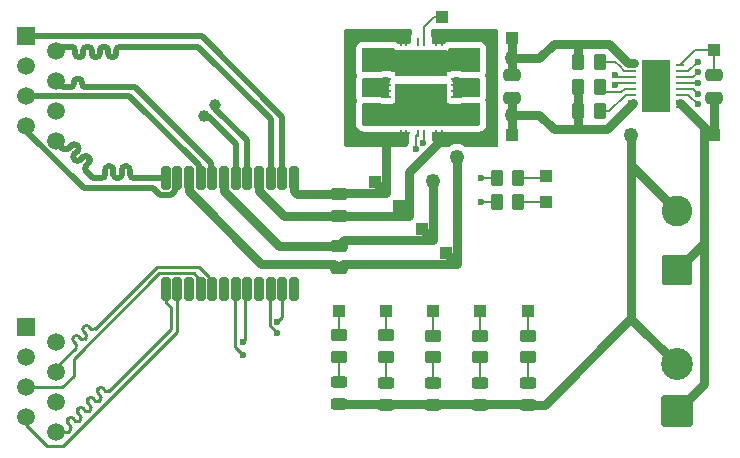
<source format=gbr>
%TF.GenerationSoftware,KiCad,Pcbnew,9.0.0*%
%TF.CreationDate,2025-04-03T15:52:47+03:00*%
%TF.ProjectId,poe splitter,706f6520-7370-46c6-9974-7465722e6b69,rev?*%
%TF.SameCoordinates,Original*%
%TF.FileFunction,Copper,L1,Top*%
%TF.FilePolarity,Positive*%
%FSLAX46Y46*%
G04 Gerber Fmt 4.6, Leading zero omitted, Abs format (unit mm)*
G04 Created by KiCad (PCBNEW 9.0.0) date 2025-04-03 15:52:47*
%MOMM*%
%LPD*%
G01*
G04 APERTURE LIST*
G04 Aperture macros list*
%AMRoundRect*
0 Rectangle with rounded corners*
0 $1 Rounding radius*
0 $2 $3 $4 $5 $6 $7 $8 $9 X,Y pos of 4 corners*
0 Add a 4 corners polygon primitive as box body*
4,1,4,$2,$3,$4,$5,$6,$7,$8,$9,$2,$3,0*
0 Add four circle primitives for the rounded corners*
1,1,$1+$1,$2,$3*
1,1,$1+$1,$4,$5*
1,1,$1+$1,$6,$7*
1,1,$1+$1,$8,$9*
0 Add four rect primitives between the rounded corners*
20,1,$1+$1,$2,$3,$4,$5,0*
20,1,$1+$1,$4,$5,$6,$7,0*
20,1,$1+$1,$6,$7,$8,$9,0*
20,1,$1+$1,$8,$9,$2,$3,0*%
%AMOutline4P*
0 Free polygon, 4 corners , with rotation*
0 The origin of the aperture is its center*
0 number of corners: always 4*
0 $1 to $8 corner X, Y*
0 $9 Rotation angle, in degrees counterclockwise*
0 create outline with 4 corners*
4,1,4,$1,$2,$3,$4,$5,$6,$7,$8,$1,$2,$9*%
G04 Aperture macros list end*
%TA.AperFunction,SMDPad,CuDef*%
%ADD10RoundRect,0.250000X-0.475000X0.250000X-0.475000X-0.250000X0.475000X-0.250000X0.475000X0.250000X0*%
%TD*%
%TA.AperFunction,ComponentPad*%
%ADD11R,1.000000X1.000000*%
%TD*%
%TA.AperFunction,SMDPad,CuDef*%
%ADD12RoundRect,0.250000X0.262500X0.450000X-0.262500X0.450000X-0.262500X-0.450000X0.262500X-0.450000X0*%
%TD*%
%TA.AperFunction,ComponentPad*%
%ADD13RoundRect,0.250001X1.099999X-1.099999X1.099999X1.099999X-1.099999X1.099999X-1.099999X-1.099999X0*%
%TD*%
%TA.AperFunction,ComponentPad*%
%ADD14C,2.700000*%
%TD*%
%TA.AperFunction,SMDPad,CuDef*%
%ADD15RoundRect,0.195000X-0.195000X0.805000X-0.195000X-0.805000X0.195000X-0.805000X0.195000X0.805000X0*%
%TD*%
%TA.AperFunction,SMDPad,CuDef*%
%ADD16RoundRect,0.250000X0.450000X-0.262500X0.450000X0.262500X-0.450000X0.262500X-0.450000X-0.262500X0*%
%TD*%
%TA.AperFunction,SMDPad,CuDef*%
%ADD17RoundRect,0.243750X-0.456250X0.243750X-0.456250X-0.243750X0.456250X-0.243750X0.456250X0.243750X0*%
%TD*%
%TA.AperFunction,SMDPad,CuDef*%
%ADD18R,0.560000X0.280000*%
%TD*%
%TA.AperFunction,SMDPad,CuDef*%
%ADD19C,0.280000*%
%TD*%
%TA.AperFunction,SMDPad,CuDef*%
%ADD20R,0.280000X0.560000*%
%TD*%
%TA.AperFunction,ComponentPad*%
%ADD21C,0.600000*%
%TD*%
%TA.AperFunction,SMDPad,CuDef*%
%ADD22R,4.370000X2.290000*%
%TD*%
%TA.AperFunction,SMDPad,CuDef*%
%ADD23R,4.370000X3.560000*%
%TD*%
%TA.AperFunction,ComponentPad*%
%ADD24R,1.500000X1.500000*%
%TD*%
%TA.AperFunction,ComponentPad*%
%ADD25C,1.500000*%
%TD*%
%TA.AperFunction,SMDPad,CuDef*%
%ADD26RoundRect,0.250000X-0.262500X-0.450000X0.262500X-0.450000X0.262500X0.450000X-0.262500X0.450000X0*%
%TD*%
%TA.AperFunction,ComponentPad*%
%ADD27RoundRect,0.250000X1.050000X-1.050000X1.050000X1.050000X-1.050000X1.050000X-1.050000X-1.050000X0*%
%TD*%
%TA.AperFunction,ComponentPad*%
%ADD28C,2.600000*%
%TD*%
%TA.AperFunction,SMDPad,CuDef*%
%ADD29RoundRect,0.125000X-0.275000X-0.000010X0.275000X-0.000010X0.275000X0.000010X-0.275000X0.000010X0*%
%TD*%
%TA.AperFunction,HeatsinkPad*%
%ADD30C,0.500000*%
%TD*%
%TA.AperFunction,HeatsinkPad*%
%ADD31Outline4P,-1.225000X-2.175000X1.225000X-2.175000X1.225000X2.175000X-1.225000X2.175000X0.000000*%
%TD*%
%TA.AperFunction,HeatsinkPad*%
%ADD32Outline4P,-0.450000X-0.925000X0.450000X-0.925000X0.450000X0.925000X-0.450000X0.925000X0.000000*%
%TD*%
%TA.AperFunction,SMDPad,CuDef*%
%ADD33RoundRect,0.250000X0.475000X-0.250000X0.475000X0.250000X-0.475000X0.250000X-0.475000X-0.250000X0*%
%TD*%
%TA.AperFunction,ViaPad*%
%ADD34C,1.250000*%
%TD*%
%TA.AperFunction,ViaPad*%
%ADD35C,0.600000*%
%TD*%
%TA.AperFunction,ViaPad*%
%ADD36C,1.000000*%
%TD*%
%TA.AperFunction,Conductor*%
%ADD37C,0.750000*%
%TD*%
%TA.AperFunction,Conductor*%
%ADD38C,0.200000*%
%TD*%
%TA.AperFunction,Conductor*%
%ADD39C,0.500000*%
%TD*%
%TA.AperFunction,Conductor*%
%ADD40C,0.250000*%
%TD*%
G04 APERTURE END LIST*
D10*
%TO.P,C1,1*%
%TO.N,/VPP*%
X116600000Y-58050000D03*
%TO.P,C1,2*%
%TO.N,/VPN_in*%
X116600000Y-59950000D03*
%TD*%
D11*
%TO.P,TP11,1,1*%
%TO.N,/4P_HD*%
X105900000Y-77977500D03*
%TD*%
D12*
%TO.P,R4,1*%
%TO.N,Net-(U2-RREF)*%
X124012500Y-59000000D03*
%TO.P,R4,2*%
%TO.N,/VPN_in*%
X122187500Y-59000000D03*
%TD*%
D13*
%TO.P,J4,1,Pin_1*%
%TO.N,/VPN_out*%
X130550000Y-86457500D03*
D14*
%TO.P,J4,2,Pin_2*%
%TO.N,/VPP*%
X130550000Y-82497500D03*
%TD*%
D15*
%TO.P,TR2,1,CT*%
%TO.N,/PD-*%
X98140000Y-66750000D03*
%TO.P,TR2,2,TD1+*%
%TO.N,/IN_DA+*%
X97150000Y-66750000D03*
%TO.P,TR2,3,TD1-*%
%TO.N,/IN_DA-*%
X96160000Y-66750000D03*
%TO.P,TR2,4,CT*%
%TO.N,/PD+*%
X95170000Y-66750000D03*
%TO.P,TR2,5,TD2+*%
%TO.N,/IN_DB+*%
X94180000Y-66750000D03*
%TO.P,TR2,6,TD2-*%
%TO.N,/IN_DB-*%
X93190000Y-66750000D03*
%TO.P,TR2,7,CT*%
%TO.N,/PS-*%
X92200000Y-66750000D03*
%TO.P,TR2,8,TD3+*%
%TO.N,/IN_DC+*%
X91210000Y-66750000D03*
%TO.P,TR2,9,TD3-*%
%TO.N,/IN_DC-*%
X90220000Y-66750000D03*
%TO.P,TR2,10,CT*%
%TO.N,/PS+*%
X89230000Y-66750000D03*
%TO.P,TR2,11,TD4+*%
%TO.N,/IN_DD+*%
X88240000Y-66750000D03*
%TO.P,TR2,12,TD4-*%
%TO.N,/IN_DD-*%
X87250000Y-66750000D03*
%TO.P,TR2,13,MX4-*%
%TO.N,/OUT_DD-*%
X87250000Y-76150000D03*
%TO.P,TR2,14,MX4+*%
%TO.N,/OUT_DD+*%
X88240000Y-76150000D03*
%TO.P,TR2,15,CT*%
%TO.N,unconnected-(TR2-CT-Pad15)*%
X89230000Y-76150000D03*
%TO.P,TR2,16,MX3-*%
%TO.N,/OUT_DC-*%
X90220000Y-76150000D03*
%TO.P,TR2,17,MX3+*%
%TO.N,/OUT_DC+*%
X91210000Y-76150000D03*
%TO.P,TR2,18,CT*%
%TO.N,unconnected-(TR2-CT-Pad18)*%
X92200000Y-76150000D03*
%TO.P,TR2,19,MX2-*%
%TO.N,/OUT_DB-*%
X93190000Y-76150000D03*
%TO.P,TR2,20,MX2+*%
%TO.N,/OUT_DB+*%
X94180000Y-76150000D03*
%TO.P,TR2,21,CT*%
%TO.N,unconnected-(TR2-CT-Pad21)*%
X95170000Y-76150000D03*
%TO.P,TR2,22,MX1-*%
%TO.N,/OUT_DA-*%
X96160000Y-76150000D03*
%TO.P,TR2,23,MX1+*%
%TO.N,/OUT_DA+*%
X97150000Y-76150000D03*
%TO.P,TR2,24,CT*%
%TO.N,unconnected-(TR2-CT-Pad24)*%
X98140000Y-76150000D03*
%TD*%
D16*
%TO.P,R7,1*%
%TO.N,Net-(D2-K)*%
X105900000Y-81890000D03*
%TO.P,R7,2*%
%TO.N,/4P_HD*%
X105900000Y-80065000D03*
%TD*%
D10*
%TO.P,C4,1*%
%TO.N,Net-(U2-VAUX)*%
X133700000Y-58050000D03*
%TO.P,C4,2*%
%TO.N,/VPN_out*%
X133700000Y-59950000D03*
%TD*%
D17*
%TO.P,D3,1,K*%
%TO.N,Net-(D3-K)*%
X109900000Y-84062500D03*
%TO.P,D3,2,A*%
%TO.N,/VPP*%
X109900000Y-85937500D03*
%TD*%
D11*
%TO.P,TP12,1,1*%
%TO.N,/4P_AT*%
X109900000Y-78000000D03*
%TD*%
D18*
%TO.P,U1,1*%
%TO.N,/VPP*%
X105980000Y-56350000D03*
D19*
X106260000Y-56350000D03*
D18*
%TO.P,U1,2*%
X105980000Y-56850000D03*
D19*
X106260000Y-56850000D03*
D18*
%TO.P,U1,3*%
X105980000Y-57350000D03*
D19*
X106260000Y-57350000D03*
D18*
%TO.P,U1,4,IN2B*%
%TO.N,/PS-*%
X105980000Y-58350000D03*
D19*
X106260000Y-58350000D03*
D18*
%TO.P,U1,5,IN2B*%
X105980000Y-58850000D03*
D19*
X106260000Y-58850000D03*
D18*
%TO.P,U1,6,IN2B*%
X105980000Y-59350000D03*
D19*
X106260000Y-59350000D03*
D18*
%TO.P,U1,7,IN2B*%
X105980000Y-59850000D03*
D19*
X106260000Y-59850000D03*
D18*
%TO.P,U1,8*%
%TO.N,/VPN_in*%
X105980000Y-60850000D03*
D19*
X106260000Y-60850000D03*
D18*
%TO.P,U1,9*%
X105980000Y-61350000D03*
D19*
X106260000Y-61350000D03*
D18*
%TO.P,U1,10*%
X105980000Y-61850000D03*
D19*
X106260000Y-61850000D03*
%TO.P,U1,11,IN2A*%
%TO.N,/PD-*%
X107150000Y-62745000D03*
D20*
X107150000Y-63025000D03*
D19*
%TO.P,U1,12,IN2A*%
X107650000Y-62745000D03*
D20*
X107650000Y-63025000D03*
D19*
%TO.P,U1,13,SUPP_SA*%
%TO.N,Net-(U1-SUPP_SA)*%
X108650000Y-62745000D03*
D20*
X108650000Y-63025000D03*
D19*
%TO.P,U1,14,SUPP_SB*%
%TO.N,Net-(U1-SUPP_SB)*%
X109150000Y-62745000D03*
D20*
X109150000Y-63025000D03*
D19*
%TO.P,U1,15,IN1A*%
%TO.N,/PD+*%
X110150000Y-62745000D03*
D20*
X110150000Y-63025000D03*
D19*
%TO.P,U1,16,IN1A*%
X110650000Y-62745000D03*
D20*
X110650000Y-63025000D03*
D19*
%TO.P,U1,17*%
%TO.N,/VPN_in*%
X111540000Y-61850000D03*
D18*
X111820000Y-61850000D03*
D19*
%TO.P,U1,18*%
X111540000Y-61350000D03*
D18*
X111820000Y-61350000D03*
D19*
%TO.P,U1,19*%
X111540000Y-60850000D03*
D18*
X111820000Y-60850000D03*
D19*
%TO.P,U1,20,IN1B*%
%TO.N,/PS+*%
X111540000Y-59850000D03*
D18*
X111820000Y-59850000D03*
D19*
%TO.P,U1,21,IN1B*%
X111540000Y-59350000D03*
D18*
X111820000Y-59350000D03*
D19*
%TO.P,U1,22,IN1B*%
X111540000Y-58850000D03*
D18*
X111820000Y-58850000D03*
D19*
%TO.P,U1,23,IN1B*%
X111540000Y-58350000D03*
D18*
X111820000Y-58350000D03*
D19*
%TO.P,U1,24*%
%TO.N,/VPP*%
X111540000Y-57350000D03*
D18*
X111820000Y-57350000D03*
D19*
%TO.P,U1,25*%
X111540000Y-56850000D03*
D18*
X111820000Y-56850000D03*
D19*
%TO.P,U1,26*%
X111540000Y-56350000D03*
D18*
X111820000Y-56350000D03*
D20*
%TO.P,U1,27,IN1A*%
%TO.N,/PD+*%
X110650000Y-55175000D03*
D19*
X110650000Y-55455000D03*
D20*
%TO.P,U1,28,IN1A*%
X110150000Y-55175000D03*
D19*
X110150000Y-55455000D03*
D20*
%TO.P,U1,29,WA_EN*%
%TO.N,/WA_EN*%
X109150000Y-55175000D03*
D19*
X109150000Y-55455000D03*
D20*
%TO.P,U1,30,NC*%
%TO.N,unconnected-(U1-NC-Pad30)*%
X108650000Y-55175000D03*
D19*
%TO.N,unconnected-(U1-NC-Pad30)_1*%
X108650000Y-55455000D03*
D20*
%TO.P,U1,31,IN2A*%
%TO.N,/PD-*%
X107650000Y-55175000D03*
D19*
X107650000Y-55455000D03*
D20*
%TO.P,U1,32,IN2A*%
X107150000Y-55175000D03*
D19*
X107150000Y-55455000D03*
D21*
%TO.P,U1,33*%
%TO.N,/VPP*%
X107220000Y-56480000D03*
X107220000Y-57600000D03*
X108340000Y-56480000D03*
X108340000Y-57600000D03*
D22*
X108900000Y-57040000D03*
D21*
X109460000Y-56480000D03*
X109460000Y-57600000D03*
X110580000Y-56480000D03*
X110580000Y-57600000D03*
%TO.P,U1,34*%
%TO.N,/VPN_in*%
X107220000Y-59405000D03*
X107220000Y-60525000D03*
X107220000Y-61645000D03*
X108340000Y-59405000D03*
X108340000Y-60525000D03*
X108340000Y-61645000D03*
D23*
X108900000Y-60525000D03*
D21*
X109460000Y-59405000D03*
X109460000Y-60525000D03*
X109460000Y-61645000D03*
X110580000Y-59405000D03*
X110580000Y-60525000D03*
X110580000Y-61645000D03*
%TD*%
D24*
%TO.P,J1,1*%
%TO.N,/IN_DA+*%
X75480000Y-54715000D03*
D25*
%TO.P,J1,2*%
%TO.N,/IN_DA-*%
X78020000Y-55985000D03*
%TO.P,J1,3*%
%TO.N,/IN_DB+*%
X75480000Y-57255000D03*
%TO.P,J1,4*%
%TO.N,/IN_DC+*%
X78020000Y-58525000D03*
%TO.P,J1,5*%
%TO.N,/IN_DC-*%
X75480000Y-59795000D03*
%TO.P,J1,6*%
%TO.N,/IN_DB-*%
X78020000Y-61065000D03*
%TO.P,J1,7*%
%TO.N,/IN_DD+*%
X75480000Y-62335000D03*
%TO.P,J1,8*%
%TO.N,/IN_DD-*%
X78020000Y-63605000D03*
%TD*%
D17*
%TO.P,D4,1,K*%
%TO.N,Net-(D4-K)*%
X113900000Y-84062500D03*
%TO.P,D4,2,A*%
%TO.N,/VPP*%
X113900000Y-85937500D03*
%TD*%
D12*
%TO.P,R2,1*%
%TO.N,/SUPP_S1*%
X117112500Y-68800000D03*
%TO.P,R2,2*%
%TO.N,Net-(U1-SUPP_SA)*%
X115287500Y-68800000D03*
%TD*%
D17*
%TO.P,D2,1,K*%
%TO.N,Net-(D2-K)*%
X105900000Y-84062500D03*
%TO.P,D2,2,A*%
%TO.N,/VPP*%
X105900000Y-85937500D03*
%TD*%
D11*
%TO.P,TP10,1,1*%
%TO.N,/PGOOD*%
X101900000Y-77977500D03*
%TD*%
D24*
%TO.P,J2,1*%
%TO.N,/OUT_DA+*%
X75480000Y-79395000D03*
D25*
%TO.P,J2,2*%
%TO.N,/OUT_DA-*%
X78020000Y-80665000D03*
%TO.P,J2,3*%
%TO.N,/OUT_DB+*%
X75480000Y-81935000D03*
%TO.P,J2,4*%
%TO.N,/OUT_DC+*%
X78020000Y-83205000D03*
%TO.P,J2,5*%
%TO.N,/OUT_DC-*%
X75480000Y-84475000D03*
%TO.P,J2,6*%
%TO.N,/OUT_DB-*%
X78020000Y-85745000D03*
%TO.P,J2,7*%
%TO.N,/OUT_DD+*%
X75480000Y-87015000D03*
%TO.P,J2,8*%
%TO.N,/OUT_DD-*%
X78020000Y-88285000D03*
%TD*%
D26*
%TO.P,R3,1*%
%TO.N,Net-(U1-SUPP_SB)*%
X115287500Y-66700000D03*
%TO.P,R3,2*%
%TO.N,/SUPP_S2*%
X117112500Y-66700000D03*
%TD*%
D16*
%TO.P,R8,1*%
%TO.N,Net-(D3-K)*%
X109900000Y-81912500D03*
%TO.P,R8,2*%
%TO.N,/4P_AT*%
X109900000Y-80087500D03*
%TD*%
%TO.P,R6,1*%
%TO.N,Net-(D1-K)*%
X101900000Y-81890000D03*
%TO.P,R6,2*%
%TO.N,/PGOOD*%
X101900000Y-80065000D03*
%TD*%
D11*
%TO.P,TP7,1,1*%
%TO.N,/PS+*%
X111000000Y-73100000D03*
%TD*%
D27*
%TO.P,J3,1,Pin_1*%
%TO.N,/VPN_out*%
X130572500Y-74500000D03*
D28*
%TO.P,J3,2,Pin_2*%
%TO.N,/VPP*%
X130572500Y-69500000D03*
%TD*%
D11*
%TO.P,TP3,1,1*%
%TO.N,Net-(U2-VAUX)*%
X133700000Y-55900000D03*
%TD*%
%TO.P,TP9,1,1*%
%TO.N,/VPN_out*%
X133700000Y-63100000D03*
%TD*%
D17*
%TO.P,D5,1,K*%
%TO.N,Net-(D5-K)*%
X117900000Y-84062500D03*
%TO.P,D5,2,A*%
%TO.N,/VPP*%
X117900000Y-85937500D03*
%TD*%
D11*
%TO.P,TP15,1,1*%
%TO.N,/WA_EN*%
X110700000Y-53100000D03*
%TD*%
D17*
%TO.P,D1,1,K*%
%TO.N,Net-(D1-K)*%
X101900000Y-84040000D03*
%TO.P,D1,2,A*%
%TO.N,/VPP*%
X101900000Y-85915000D03*
%TD*%
D11*
%TO.P,TP5,1,1*%
%TO.N,/PD+*%
X107000000Y-69100000D03*
%TD*%
D26*
%TO.P,R5,1*%
%TO.N,/VPN_in*%
X122187500Y-61100000D03*
%TO.P,R5,2*%
%TO.N,Net-(U2-RCLS)*%
X124012500Y-61100000D03*
%TD*%
D29*
%TO.P,U2,1,VPP*%
%TO.N,/VPP*%
X126780000Y-57190000D03*
%TO.P,U2,2,RDET*%
%TO.N,Net-(U2-RDET)*%
X126780000Y-57690000D03*
%TO.P,U2,3,SUPP_S1*%
%TO.N,/SUPP_S1*%
X126780000Y-58190000D03*
%TO.P,U2,4,SUPP_S2*%
%TO.N,/SUPP_S2*%
X126780000Y-58690000D03*
%TO.P,U2,5,RREF*%
%TO.N,Net-(U2-RREF)*%
X126780000Y-59190000D03*
%TO.P,U2,6,RCLS*%
%TO.N,Net-(U2-RCLS)*%
X126780000Y-59690000D03*
%TO.P,U2,7,VPN_IN*%
%TO.N,/VPN_in*%
X126780000Y-60190000D03*
D30*
X128000000Y-57380000D03*
X128000000Y-58160000D03*
X128000000Y-58940000D03*
X128000000Y-59720000D03*
X128000000Y-60500000D03*
X128780000Y-57380000D03*
X128780000Y-58160000D03*
X128780000Y-58940000D03*
D31*
X128780000Y-58940000D03*
D30*
X128780000Y-59720000D03*
X128780000Y-60500000D03*
X129560000Y-57380000D03*
X129560000Y-58160000D03*
X129560000Y-58940000D03*
X129560000Y-59720000D03*
X129560000Y-60500000D03*
D29*
%TO.P,U2,8,VPN_IN*%
X126780000Y-60690000D03*
%TO.P,U2,9,VPN_OUT*%
%TO.N,/VPN_out*%
X130780000Y-60690000D03*
%TO.P,U2,10,VPN_OUT*%
X130780000Y-60190000D03*
%TO.P,U2,11,AT_FLAG*%
%TO.N,/AT*%
X130780000Y-59690000D03*
%TO.P,U2,12,HD_FLAG*%
%TO.N,/HD*%
X130780000Y-59190000D03*
%TO.P,U2,13,4P_AT_FLAG*%
%TO.N,/4P_AT*%
X130780000Y-58690000D03*
%TO.P,U2,14,4P_HD_FLAG*%
%TO.N,/4P_HD*%
X130780000Y-58190000D03*
%TO.P,U2,15,PGOOD*%
%TO.N,/PGOOD*%
X130780000Y-57690000D03*
%TO.P,U2,16,VAUX*%
%TO.N,Net-(U2-VAUX)*%
X130780000Y-57190000D03*
D32*
%TO.P,U2,17*%
%TO.N,N/C*%
X128105000Y-57790000D03*
X128105000Y-60090000D03*
X128105000Y-60090000D03*
X129455000Y-57790000D03*
X129455000Y-60090000D03*
X129455000Y-60090000D03*
%TD*%
D26*
%TO.P,R1,1*%
%TO.N,/VPP*%
X122187500Y-56900000D03*
%TO.P,R1,2*%
%TO.N,Net-(U2-RDET)*%
X124012500Y-56900000D03*
%TD*%
D33*
%TO.P,C3,1*%
%TO.N,/PS+*%
X101900000Y-74400000D03*
%TO.P,C3,2*%
%TO.N,/PS-*%
X101900000Y-72500000D03*
%TD*%
%TO.P,C2,1*%
%TO.N,/PD+*%
X101900000Y-70000000D03*
%TO.P,C2,2*%
%TO.N,/PD-*%
X101900000Y-68100000D03*
%TD*%
D11*
%TO.P,TP16,1,1*%
%TO.N,/SUPP_S2*%
X119500000Y-66600000D03*
%TD*%
%TO.P,TP8,1,1*%
%TO.N,/SUPP_S1*%
X119500000Y-68800000D03*
%TD*%
%TO.P,TP6,1,1*%
%TO.N,/PS-*%
X109000000Y-71100000D03*
%TD*%
%TO.P,TP1,1,1*%
%TO.N,/VPP*%
X116600000Y-54900000D03*
%TD*%
%TO.P,TP13,1,1*%
%TO.N,/HD*%
X113900000Y-78000000D03*
%TD*%
D16*
%TO.P,R10,1*%
%TO.N,Net-(D5-K)*%
X117900000Y-81912500D03*
%TO.P,R10,2*%
%TO.N,/AT*%
X117900000Y-80087500D03*
%TD*%
D11*
%TO.P,TP2,1,1*%
%TO.N,/VPN_in*%
X116600000Y-63100000D03*
%TD*%
D16*
%TO.P,R9,1*%
%TO.N,Net-(D4-K)*%
X113900000Y-81912500D03*
%TO.P,R9,2*%
%TO.N,/HD*%
X113900000Y-80087500D03*
%TD*%
D11*
%TO.P,TP14,1,1*%
%TO.N,/AT*%
X117900000Y-78000000D03*
%TD*%
%TO.P,TP4,1,1*%
%TO.N,/PD-*%
X105000000Y-67100000D03*
%TD*%
D34*
%TO.N,/VPP*%
X113200000Y-56600000D03*
X116600000Y-56600000D03*
X126700000Y-63100000D03*
%TO.N,/PS+*%
X113200000Y-59100000D03*
X111900000Y-65000000D03*
%TO.N,/PS-*%
X109900000Y-67000000D03*
X104600000Y-59100000D03*
D35*
%TO.N,/SUPP_S1*%
X125300000Y-58000000D03*
%TO.N,Net-(U1-SUPP_SA)*%
X114000000Y-68800000D03*
X108484385Y-64313934D03*
%TO.N,Net-(U1-SUPP_SB)*%
X109081281Y-63781281D03*
X114000000Y-66700000D03*
%TO.N,/SUPP_S2*%
X125300000Y-58900000D03*
%TO.N,/PGOOD*%
X132300000Y-56900000D03*
%TO.N,/4P_HD*%
X132300000Y-57800000D03*
%TO.N,/4P_AT*%
X132300000Y-58700000D03*
%TO.N,/HD*%
X132300000Y-59600000D03*
%TO.N,/AT*%
X132300000Y-60500000D03*
D36*
%TO.N,/IN_DB-*%
X90522703Y-61477297D03*
%TO.N,/IN_DB+*%
X91477297Y-60522703D03*
D35*
%TO.N,/OUT_DA-*%
X96700000Y-79850000D03*
%TO.N,/OUT_DB+*%
X93800000Y-80600000D03*
%TO.N,/OUT_DB-*%
X93797487Y-81697489D03*
%TO.N,/OUT_DA+*%
X96700000Y-78950000D03*
D34*
%TO.N,/VPN_in*%
X113200000Y-61400000D03*
X116600000Y-61400000D03*
%TD*%
D37*
%TO.N,/VPP*%
X126900000Y-56989000D02*
X126389000Y-56989000D01*
X101900000Y-85915000D02*
X117877500Y-85915000D01*
X130572500Y-69500000D02*
X126700000Y-65627500D01*
X126700000Y-78647500D02*
X126700000Y-78600000D01*
X119362500Y-85937500D02*
X126700000Y-78600000D01*
X117900000Y-85937500D02*
X119362500Y-85937500D01*
X117877500Y-85915000D02*
X117900000Y-85937500D01*
X116600000Y-54900000D02*
X116600000Y-56600000D01*
X120100000Y-55400000D02*
X118900000Y-56600000D01*
X124800000Y-55400000D02*
X120100000Y-55400000D01*
X118900000Y-56600000D02*
X116600000Y-56600000D01*
X122187500Y-56900000D02*
X122187500Y-55400000D01*
X116600000Y-56600000D02*
X116600000Y-58050000D01*
X126389000Y-56989000D02*
X124800000Y-55400000D01*
X126700000Y-63100000D02*
X126700000Y-78600000D01*
X130550000Y-82497500D02*
X126700000Y-78647500D01*
%TO.N,/PD+*%
X107900000Y-66200000D02*
X110600000Y-63500000D01*
X107900000Y-70000000D02*
X107900000Y-66200000D01*
X97314238Y-70000000D02*
X101900000Y-70000000D01*
X95170000Y-67855762D02*
X97314238Y-70000000D01*
X95170000Y-66750000D02*
X95170000Y-67855762D01*
X101900000Y-70000000D02*
X107900000Y-70000000D01*
X107000000Y-69100000D02*
X107900000Y-70000000D01*
%TO.N,/PD-*%
X98400000Y-68100000D02*
X101900000Y-68100000D01*
X98116000Y-66774000D02*
X98116000Y-67816000D01*
X98116000Y-67816000D02*
X98400000Y-68100000D01*
X105000000Y-67100000D02*
X105900000Y-68000000D01*
X105900000Y-68000000D02*
X105900000Y-63400000D01*
X102000000Y-68000000D02*
X105900000Y-68000000D01*
X98140000Y-66750000D02*
X98116000Y-66774000D01*
X101900000Y-68100000D02*
X102000000Y-68000000D01*
%TO.N,/PS+*%
X102300000Y-74000000D02*
X111900000Y-74000000D01*
X95374238Y-74000000D02*
X101500000Y-74000000D01*
X89230000Y-67855762D02*
X95374238Y-74000000D01*
X111900000Y-74000000D02*
X111900000Y-65000000D01*
X111000000Y-73100000D02*
X111900000Y-74000000D01*
X101900000Y-74400000D02*
X102300000Y-74000000D01*
X101500000Y-74000000D02*
X101900000Y-74400000D01*
X89230000Y-66750000D02*
X89230000Y-67855762D01*
%TO.N,/PS-*%
X101900000Y-72500000D02*
X102400000Y-72000000D01*
X96844238Y-72500000D02*
X101900000Y-72500000D01*
X92200000Y-67855762D02*
X96844238Y-72500000D01*
X109000000Y-71100000D02*
X109900000Y-72000000D01*
X109900000Y-72000000D02*
X109900000Y-67000000D01*
X92200000Y-66750000D02*
X92200000Y-67855762D01*
X102400000Y-72000000D02*
X109900000Y-72000000D01*
D38*
%TO.N,Net-(U2-VAUX)*%
X130780000Y-57190000D02*
X132070000Y-55900000D01*
X133700000Y-55900000D02*
X133700000Y-58050000D01*
X132070000Y-55900000D02*
X133700000Y-55900000D01*
%TO.N,Net-(D1-K)*%
X101900000Y-81890000D02*
X101900000Y-84040000D01*
%TO.N,Net-(D2-K)*%
X105900000Y-81890000D02*
X105900000Y-84062500D01*
%TO.N,Net-(D3-K)*%
X109900000Y-81912500D02*
X109900000Y-84062500D01*
%TO.N,Net-(D4-K)*%
X113900000Y-81912500D02*
X113900000Y-84062500D01*
%TO.N,Net-(D5-K)*%
X117900000Y-81912500D02*
X117900000Y-84062500D01*
%TO.N,Net-(U2-RDET)*%
X126755000Y-57665000D02*
X126780000Y-57690000D01*
X124012500Y-56900000D02*
X125343992Y-56900000D01*
X126669008Y-57665000D02*
X126755000Y-57665000D01*
X125343992Y-56900000D02*
X125713000Y-57269008D01*
X126108992Y-57665000D02*
X126669008Y-57665000D01*
X125713000Y-57269008D02*
X126108992Y-57665000D01*
%TO.N,/SUPP_S1*%
X125490000Y-58190000D02*
X125300000Y-58000000D01*
X126780000Y-58190000D02*
X125490000Y-58190000D01*
X117112500Y-68800000D02*
X119500000Y-68800000D01*
%TO.N,Net-(U1-SUPP_SA)*%
X108480281Y-64309830D02*
X108484385Y-64313934D01*
X114000000Y-68800000D02*
X115287500Y-68800000D01*
X108480281Y-63194719D02*
X108480281Y-64309830D01*
X108650000Y-63025000D02*
X108480281Y-63194719D01*
%TO.N,Net-(U1-SUPP_SB)*%
X109150000Y-63025000D02*
X109150000Y-63712562D01*
X114000000Y-66700000D02*
X115287500Y-66700000D01*
X109150000Y-63712562D02*
X109081281Y-63781281D01*
%TO.N,/SUPP_S2*%
X125510000Y-58690000D02*
X125300000Y-58900000D01*
X126780000Y-58690000D02*
X125510000Y-58690000D01*
X119400000Y-66700000D02*
X119500000Y-66600000D01*
X117112500Y-66700000D02*
X119400000Y-66700000D01*
%TO.N,Net-(U2-RREF)*%
X125832900Y-59500000D02*
X126142900Y-59190000D01*
X126142900Y-59190000D02*
X126780000Y-59190000D01*
X124512500Y-59500000D02*
X125832900Y-59500000D01*
X124012500Y-59000000D02*
X124512500Y-59500000D01*
%TO.N,Net-(U2-RCLS)*%
X126210000Y-59690000D02*
X126780000Y-59690000D01*
X124800000Y-61100000D02*
X126210000Y-59690000D01*
X124012500Y-61100000D02*
X124800000Y-61100000D01*
%TO.N,/PGOOD*%
X132300000Y-56900000D02*
X131510000Y-57690000D01*
X101900000Y-77977500D02*
X101900000Y-80065000D01*
X131510000Y-57690000D02*
X130780000Y-57690000D01*
%TO.N,/4P_HD*%
X132300000Y-57831744D02*
X132300000Y-57800000D01*
X130780000Y-58190000D02*
X131941744Y-58190000D01*
X131941744Y-58190000D02*
X132300000Y-57831744D01*
X105900000Y-77977500D02*
X105900000Y-80065000D01*
%TO.N,/4P_AT*%
X132290000Y-58690000D02*
X130780000Y-58690000D01*
X109900000Y-78000000D02*
X109900000Y-80087500D01*
X132254525Y-58700000D02*
X132300000Y-58700000D01*
X132249414Y-58705111D02*
X132254525Y-58700000D01*
X132300000Y-58700000D02*
X132290000Y-58690000D01*
%TO.N,/HD*%
X132300000Y-59593974D02*
X132300000Y-59600000D01*
X131896026Y-59190000D02*
X132300000Y-59593974D01*
X113900000Y-78000000D02*
X113900000Y-80087500D01*
X130780000Y-59190000D02*
X131896026Y-59190000D01*
%TO.N,/AT*%
X117900000Y-78000000D02*
X117900000Y-80087500D01*
X132300000Y-60500000D02*
X131490000Y-59690000D01*
X131490000Y-59690000D02*
X130780000Y-59690000D01*
%TO.N,/WA_EN*%
X109150000Y-53950000D02*
X110000000Y-53100000D01*
X110000000Y-53100000D02*
X110700000Y-53100000D01*
X109150000Y-55175000D02*
X109150000Y-53950000D01*
D37*
%TO.N,/VPN_out*%
X132300000Y-61900000D02*
X130800000Y-60400000D01*
X132300000Y-61900000D02*
X132800000Y-62400000D01*
X133700000Y-63100000D02*
X133500000Y-63100000D01*
X133700000Y-59950000D02*
X133700000Y-63100000D01*
X130572500Y-74500000D02*
X132800000Y-72272500D01*
X132800000Y-84207500D02*
X130550000Y-86457500D01*
X132800000Y-62400000D02*
X132800000Y-84207500D01*
X133500000Y-63100000D02*
X132800000Y-62400000D01*
D39*
%TO.N,/IN_DC-*%
X75480000Y-59795000D02*
X84193986Y-59795000D01*
X84193986Y-59795000D02*
X90071000Y-65672014D01*
X90071000Y-65672014D02*
X90071000Y-66750000D01*
X90071000Y-66750000D02*
X90220000Y-66750000D01*
%TO.N,/IN_DA+*%
X97150000Y-61548958D02*
X97150000Y-66750000D01*
X75480000Y-54715000D02*
X90316042Y-54715000D01*
X90316042Y-54715000D02*
X97150000Y-61548958D01*
%TO.N,/IN_DD-*%
X83822082Y-65758973D02*
X83962082Y-65758973D01*
X82142082Y-66470000D02*
X82142082Y-66038973D01*
X78090000Y-63660000D02*
X78090000Y-63727918D01*
X84662082Y-66750000D02*
X86559828Y-66750000D01*
X82422082Y-65758973D02*
X82562082Y-65758973D01*
X79501203Y-65139122D02*
X79600199Y-65238117D01*
X79805952Y-64438392D02*
X79501203Y-64743142D01*
X84242082Y-66038973D02*
X84242082Y-66470000D01*
X84522082Y-66750000D02*
X84662082Y-66750000D01*
X82842082Y-66038973D02*
X82842082Y-66470000D01*
X83122082Y-66750000D02*
X83262082Y-66750000D01*
X80696944Y-64933330D02*
X80795938Y-65032324D01*
X80795938Y-65428304D02*
X80491152Y-65733091D01*
X81112082Y-66750000D02*
X81862082Y-66750000D01*
X79006230Y-64248169D02*
X79310978Y-63943418D01*
X79706958Y-63943418D02*
X79805952Y-64042412D01*
X83542082Y-66470000D02*
X83542082Y-66038973D01*
X79996179Y-65238118D02*
X80300964Y-64933330D01*
X78090000Y-63727918D02*
X78610250Y-64248168D01*
X86559828Y-66750000D02*
X87239020Y-66750000D01*
X80491152Y-66129071D02*
X80590148Y-66228066D01*
X80590148Y-66228066D02*
X81112082Y-66750000D01*
X80300964Y-64933330D02*
G75*
G02*
X80696944Y-64933330I197990J-197990D01*
G01*
X78610250Y-64248168D02*
G75*
G03*
X79006189Y-64248129I197950J197968D01*
G01*
X80795938Y-65032324D02*
G75*
G02*
X80795924Y-65428290I-198038J-197976D01*
G01*
X81862082Y-66750000D02*
G75*
G03*
X82142100Y-66470000I18J280000D01*
G01*
X79600199Y-65238117D02*
G75*
G03*
X79996189Y-65238129I198001J198017D01*
G01*
X83262082Y-66750000D02*
G75*
G03*
X83542100Y-66470000I18J280000D01*
G01*
X83962082Y-65758973D02*
G75*
G02*
X84242127Y-66038973I18J-280027D01*
G01*
X79501203Y-64743142D02*
G75*
G03*
X79501235Y-65139090I197997J-197958D01*
G01*
X82842082Y-66470000D02*
G75*
G03*
X83122082Y-66750018I280018J0D01*
G01*
X82562082Y-65758973D02*
G75*
G02*
X82842127Y-66038973I18J-280027D01*
G01*
X82142082Y-66038973D02*
G75*
G02*
X82422082Y-65758982I280018J-27D01*
G01*
X80491152Y-65733091D02*
G75*
G03*
X80491133Y-66129090I197948J-198009D01*
G01*
X79310978Y-63943418D02*
G75*
G02*
X79706958Y-63943418I197990J-197990D01*
G01*
X83542082Y-66038973D02*
G75*
G02*
X83822082Y-65758982I280018J-27D01*
G01*
X84242082Y-66470000D02*
G75*
G03*
X84522082Y-66750018I280018J0D01*
G01*
X79805952Y-64042412D02*
G75*
G02*
X79805950Y-64438390I-197952J-197988D01*
G01*
%TO.N,/IN_DA-*%
X83371031Y-55620000D02*
X83511031Y-55620000D01*
X83091031Y-56236086D02*
X83091031Y-55900000D01*
X78385000Y-55620000D02*
X79311031Y-55620000D01*
X78020000Y-55985000D02*
X78385000Y-55620000D01*
X80291031Y-56236086D02*
X80291031Y-55900000D01*
X81971031Y-55620000D02*
X82111031Y-55620000D01*
X80571031Y-55620000D02*
X80711031Y-55620000D01*
X79591031Y-55900000D02*
X79591031Y-56236086D01*
X86312534Y-55620000D02*
X90018958Y-55620000D01*
X81271031Y-56516086D02*
X81411031Y-56516086D01*
X96160000Y-61761042D02*
X96160000Y-66750000D01*
X90018958Y-55620000D02*
X96160000Y-61761042D01*
X82671031Y-56516086D02*
X82811031Y-56516086D01*
X81691031Y-56236086D02*
X81691031Y-55900000D01*
X82391031Y-55900000D02*
X82391031Y-56236086D01*
X80991031Y-55900000D02*
X80991031Y-56236086D01*
X83511031Y-55620000D02*
X86312534Y-55620000D01*
X79871031Y-56516086D02*
X80011031Y-56516086D01*
X82111031Y-55620000D02*
G75*
G02*
X82391000Y-55900000I-31J-280000D01*
G01*
X80711031Y-55620000D02*
G75*
G02*
X80991000Y-55900000I-31J-280000D01*
G01*
X80991031Y-56236086D02*
G75*
G03*
X81271031Y-56516069I279969J-14D01*
G01*
X82391031Y-56236086D02*
G75*
G03*
X82671031Y-56516069I279969J-14D01*
G01*
X80291031Y-55900000D02*
G75*
G02*
X80571031Y-55620031I279969J0D01*
G01*
X81411031Y-56516086D02*
G75*
G03*
X81690986Y-56236086I-31J279986D01*
G01*
X83091031Y-55900000D02*
G75*
G02*
X83371031Y-55620031I279969J0D01*
G01*
X82811031Y-56516086D02*
G75*
G03*
X83090986Y-56236086I-31J279986D01*
G01*
X80011031Y-56516086D02*
G75*
G03*
X80290986Y-56236086I-31J279986D01*
G01*
X79311031Y-55620000D02*
G75*
G02*
X79591000Y-55900000I-31J-280000D01*
G01*
X79591031Y-56236086D02*
G75*
G03*
X79871031Y-56516069I279969J-14D01*
G01*
X81691031Y-55900000D02*
G75*
G02*
X81971031Y-55620031I279969J0D01*
G01*
%TO.N,/IN_DD+*%
X88091000Y-66899000D02*
X88240000Y-66750000D01*
X80316529Y-67600000D02*
X86181014Y-67600000D01*
X87717986Y-68201000D02*
X88091000Y-67827986D01*
X88091000Y-67827986D02*
X88091000Y-66899000D01*
X86181014Y-67600000D02*
X86782014Y-68201000D01*
X75480000Y-62763471D02*
X80316529Y-67600000D01*
X86782014Y-68201000D02*
X87717986Y-68201000D01*
X75480000Y-62335000D02*
X75480000Y-62763471D01*
%TO.N,/IN_DB-*%
X93260000Y-63861041D02*
X93260000Y-66680000D01*
X90522703Y-61477297D02*
X90876256Y-61477297D01*
X93260000Y-66680000D02*
X93190000Y-66750000D01*
X90876256Y-61477297D02*
X93260000Y-63861041D01*
%TO.N,/IN_DC+*%
X79762840Y-58330452D02*
X79902840Y-58330452D01*
X78090000Y-58595000D02*
X78090000Y-58525000D01*
X78090000Y-58595000D02*
X78564020Y-59069020D01*
X91069980Y-66609980D02*
X91210000Y-66750000D01*
X80602840Y-59069020D02*
X84195082Y-59069020D01*
X84195082Y-59069020D02*
X84670059Y-59069020D01*
X80182840Y-58610452D02*
X80182840Y-58789020D01*
X80462840Y-59069020D02*
X80602840Y-59069020D01*
X79482840Y-58789020D02*
X79482840Y-58610452D01*
X91069980Y-65468941D02*
X91069980Y-66609980D01*
X78020000Y-58525000D02*
X78090000Y-58595000D01*
X84670059Y-59069020D02*
X91069980Y-65468941D01*
X78564020Y-59069020D02*
X79202840Y-59069020D01*
X79482840Y-58610452D02*
G75*
G02*
X79762840Y-58330540I279960J-48D01*
G01*
X80182840Y-58789020D02*
G75*
G03*
X80462840Y-59068960I279960J20D01*
G01*
X79902840Y-58330452D02*
G75*
G02*
X80182848Y-58610452I-40J-280048D01*
G01*
X79202840Y-59069020D02*
G75*
G03*
X79482820Y-58789020I-40J280020D01*
G01*
%TO.N,/IN_DB+*%
X91477297Y-60522703D02*
X91477297Y-60876256D01*
X94110000Y-66680000D02*
X94180000Y-66750000D01*
X91477297Y-60876256D02*
X94110000Y-63508959D01*
X94110000Y-63508959D02*
X94110000Y-66680000D01*
D40*
%TO.N,/OUT_DA-*%
X96074000Y-76236000D02*
X96074000Y-79209298D01*
X96081351Y-79216649D02*
X96074000Y-79224000D01*
X96074000Y-79209298D02*
X96081351Y-79216649D01*
X96074000Y-79224000D02*
X96700000Y-79850000D01*
X96160000Y-76150000D02*
X96074000Y-76236000D01*
%TO.N,/OUT_DD-*%
X80241663Y-86210487D02*
X80470884Y-86439708D01*
X83773021Y-83476979D02*
X87750000Y-79500000D01*
X80895149Y-86015440D02*
X80665896Y-85786187D01*
X79817398Y-86295340D02*
X79902253Y-86210486D01*
X82592208Y-84657793D02*
X83773021Y-83476979D01*
X81938674Y-84513378D02*
X82167944Y-84742648D01*
X80665895Y-85446777D02*
X80750750Y-85361923D01*
X80046618Y-87203383D02*
X80046618Y-87203382D01*
X87750000Y-79500000D02*
X87750000Y-77750000D01*
X80810296Y-86439707D02*
X80895148Y-86354853D01*
X79198089Y-87712500D02*
X78968845Y-87483256D01*
X87750000Y-77750000D02*
X87250000Y-77250000D01*
X80046619Y-86863970D02*
X79817399Y-86634750D01*
X82507356Y-84742647D02*
X82592208Y-84657793D01*
X81514409Y-84598231D02*
X81599264Y-84513377D01*
X81658826Y-85591177D02*
X81743678Y-85506323D01*
X81743679Y-85166910D02*
X81514410Y-84937641D01*
X78965000Y-88285000D02*
X79198088Y-88051912D01*
X81743678Y-85506323D02*
X81743678Y-85506322D01*
X78968844Y-87143846D02*
X79053699Y-87058992D01*
X78020000Y-88285000D02*
X78965000Y-88285000D01*
X79961766Y-87288237D02*
X80046618Y-87203383D01*
X79393109Y-87058993D02*
X79622354Y-87288238D01*
X81090160Y-85361924D02*
X81319414Y-85591178D01*
X80895148Y-86354853D02*
X80895148Y-86354852D01*
X87250000Y-77250000D02*
X87250000Y-76150000D01*
X81599264Y-84513377D02*
G75*
G02*
X81938705Y-84513346I169736J-169723D01*
G01*
X81319414Y-85591178D02*
G75*
G03*
X81658806Y-85591158I169686J169678D01*
G01*
X80470884Y-86439708D02*
G75*
G03*
X80810306Y-86439718I169716J169708D01*
G01*
X80665896Y-85786187D02*
G75*
G02*
X80665913Y-85446796I169704J169687D01*
G01*
X81514410Y-84937641D02*
G75*
G02*
X81514373Y-84598196I169690J169741D01*
G01*
X82167944Y-84742648D02*
G75*
G03*
X82507307Y-84742598I169656J169748D01*
G01*
X80750750Y-85361923D02*
G75*
G02*
X81090206Y-85361878I169750J-169677D01*
G01*
X81743678Y-85506322D02*
G75*
G03*
X81743695Y-85166894I-169678J169722D01*
G01*
X79817399Y-86634750D02*
G75*
G02*
X79817353Y-86295296I169701J169750D01*
G01*
X79622354Y-87288238D02*
G75*
G03*
X79961806Y-87288278I169746J169738D01*
G01*
X79198088Y-88051912D02*
G75*
G03*
X79198095Y-87712494I-169688J169712D01*
G01*
X80046618Y-87203382D02*
G75*
G03*
X80046595Y-86863994I-169718J169682D01*
G01*
X78968845Y-87483256D02*
G75*
G02*
X78968893Y-87143895I169755J169656D01*
G01*
X79902253Y-86210486D02*
G75*
G02*
X80241705Y-86210444I169747J-169714D01*
G01*
X80895148Y-86354852D02*
G75*
G03*
X80895195Y-86015395I-169748J169752D01*
G01*
X79053699Y-87058992D02*
G75*
G02*
X79393106Y-87058996I169701J-169708D01*
G01*
%TO.N,/OUT_DB+*%
X94180000Y-76150000D02*
X93960000Y-76370000D01*
X93960000Y-80440000D02*
X93800000Y-80600000D01*
X93960000Y-76370000D02*
X93960000Y-80440000D01*
%TO.N,/OUT_DC+*%
X81274633Y-79500688D02*
X81359485Y-79415834D01*
X78020000Y-82755318D02*
X79662425Y-81112893D01*
X79455668Y-80227314D02*
X79540523Y-80142460D01*
X80728512Y-79293980D02*
X80935221Y-79500689D01*
X79662426Y-80773481D02*
X79455669Y-80566724D01*
X79879933Y-80142461D02*
X80086691Y-80349219D01*
X80426103Y-80349218D02*
X80510955Y-80264364D01*
X80510955Y-80264364D02*
X80510955Y-80264363D01*
X86501298Y-74274020D02*
X90086228Y-74274020D01*
X82390384Y-78384934D02*
X86501298Y-74274020D01*
X90936000Y-76424000D02*
X91210000Y-76150000D01*
X80510956Y-79924951D02*
X80304248Y-79718243D01*
X81359485Y-79415834D02*
X82390384Y-78384934D01*
X80304247Y-79378833D02*
X80389102Y-79293979D01*
X90086228Y-74274020D02*
X90936000Y-75123792D01*
X78020000Y-83205000D02*
X78020000Y-82755318D01*
X90936000Y-75123792D02*
X90936000Y-76424000D01*
X80935221Y-79500689D02*
G75*
G03*
X81274606Y-79500662I169679J169689D01*
G01*
X79540523Y-80142460D02*
G75*
G02*
X79879906Y-80142488I169677J-169740D01*
G01*
X80389102Y-79293979D02*
G75*
G02*
X80728506Y-79293986I169698J-169721D01*
G01*
X79662425Y-81112893D02*
G75*
G03*
X79662413Y-80773494I-169725J169693D01*
G01*
X80510955Y-80264363D02*
G75*
G03*
X80510913Y-79924994I-169755J169663D01*
G01*
X80086691Y-80349219D02*
G75*
G03*
X80426106Y-80349222I169709J169719D01*
G01*
X80304248Y-79718243D02*
G75*
G02*
X80304209Y-79378796I169752J169743D01*
G01*
X79455669Y-80566724D02*
G75*
G02*
X79455649Y-80227296I169731J169724D01*
G01*
%TO.N,/OUT_DC-*%
X78525000Y-84475000D02*
X75480000Y-84475000D01*
X89646208Y-74824000D02*
X86729108Y-74824000D01*
X89946000Y-75123792D02*
X89646208Y-74824000D01*
X90220000Y-76150000D02*
X89946000Y-76150000D01*
X89946000Y-76150000D02*
X89946000Y-75123792D01*
X79500000Y-83500000D02*
X78525000Y-84475000D01*
X79500000Y-82053108D02*
X79500000Y-83500000D01*
X86729108Y-74824000D02*
X79500000Y-82053108D01*
%TO.N,/OUT_DB-*%
X93174000Y-76166000D02*
X93174000Y-81074002D01*
X93174000Y-81074002D02*
X93797487Y-81697489D01*
X93190000Y-76150000D02*
X93174000Y-76166000D01*
%TO.N,/OUT_DD+*%
X88240000Y-79760000D02*
X88240000Y-76150000D01*
X75480000Y-87015000D02*
X75480000Y-87680000D01*
X77200000Y-89400000D02*
X78600000Y-89400000D01*
X78600000Y-89400000D02*
X88240000Y-79760000D01*
X75480000Y-87680000D02*
X77200000Y-89400000D01*
%TO.N,/OUT_DA+*%
X97150000Y-78500000D02*
X96700000Y-78950000D01*
X97150000Y-76150000D02*
X97150000Y-78500000D01*
D37*
%TO.N,/VPN_in*%
X116600000Y-61400000D02*
X118900000Y-61400000D01*
X120100000Y-62600000D02*
X124600000Y-62600000D01*
X118900000Y-61400000D02*
X120100000Y-62600000D01*
X116600000Y-61400000D02*
X116600000Y-63100000D01*
X122187500Y-59000000D02*
X122187500Y-62587500D01*
X116600000Y-59950000D02*
X116600000Y-61400000D01*
X124600000Y-62600000D02*
X126800000Y-60400000D01*
%TD*%
%TA.AperFunction,Conductor*%
%TO.N,/PS-*%
G36*
X106172953Y-58234685D02*
G01*
X106218708Y-58287489D01*
X106222096Y-58295667D01*
X106269091Y-58421667D01*
X106274075Y-58491359D01*
X106269091Y-58508333D01*
X106220908Y-58637517D01*
X106214501Y-58697116D01*
X106214500Y-58697135D01*
X106214500Y-59860999D01*
X106194815Y-59928038D01*
X106142011Y-59973793D01*
X106090500Y-59984999D01*
X105723272Y-59984999D01*
X105717642Y-59983983D01*
X105714427Y-59984683D01*
X105679939Y-59977181D01*
X105650674Y-59966266D01*
X105642495Y-59962878D01*
X105580716Y-59934664D01*
X105580711Y-59934662D01*
X105580710Y-59934662D01*
X105513671Y-59914977D01*
X105513673Y-59914977D01*
X105513668Y-59914976D01*
X105451605Y-59906053D01*
X105371251Y-59894500D01*
X104024000Y-59894500D01*
X103956961Y-59874815D01*
X103911206Y-59822011D01*
X103900000Y-59770500D01*
X103900000Y-58429500D01*
X103919685Y-58362461D01*
X103972489Y-58316706D01*
X104024000Y-58305500D01*
X105371271Y-58305500D01*
X105389252Y-58305179D01*
X105389260Y-58305178D01*
X105389299Y-58305178D01*
X105398144Y-58304862D01*
X105416150Y-58303897D01*
X105416157Y-58303895D01*
X105416160Y-58303895D01*
X105468623Y-58292483D01*
X105556743Y-58273315D01*
X105622208Y-58248899D01*
X105622242Y-58248886D01*
X105634516Y-58242182D01*
X105640734Y-58238787D01*
X105656828Y-58231435D01*
X105679939Y-58222816D01*
X105723267Y-58215000D01*
X106105914Y-58215000D01*
X106172953Y-58234685D01*
G37*
%TD.AperFunction*%
%TD*%
%TA.AperFunction,Conductor*%
%TO.N,/VPP*%
G36*
X106544141Y-55719685D02*
G01*
X106580205Y-55755110D01*
X106582395Y-55758387D01*
X106582396Y-55758390D01*
X106591817Y-55772489D01*
X106652492Y-55863297D01*
X106741701Y-55952506D01*
X106741709Y-55952512D01*
X106846607Y-56022603D01*
X106846611Y-56022605D01*
X106947454Y-56064375D01*
X106963173Y-56070886D01*
X107086911Y-56095499D01*
X107086914Y-56095500D01*
X107086916Y-56095500D01*
X107213086Y-56095500D01*
X107213087Y-56095499D01*
X107336827Y-56070886D01*
X107352545Y-56064374D01*
X107422013Y-56056905D01*
X107447451Y-56064373D01*
X107463173Y-56070886D01*
X107586911Y-56095499D01*
X107586914Y-56095500D01*
X107586916Y-56095500D01*
X107713086Y-56095500D01*
X107713087Y-56095499D01*
X107836827Y-56070886D01*
X107953390Y-56022604D01*
X107953392Y-56022603D01*
X108005490Y-55987791D01*
X108058295Y-55952509D01*
X108062315Y-55948488D01*
X108123635Y-55915001D01*
X108193327Y-55919982D01*
X108237684Y-55948488D01*
X108241705Y-55952509D01*
X108241708Y-55952511D01*
X108241709Y-55952512D01*
X108346607Y-56022603D01*
X108346611Y-56022605D01*
X108447454Y-56064375D01*
X108463173Y-56070886D01*
X108586911Y-56095499D01*
X108586914Y-56095500D01*
X108586916Y-56095500D01*
X108713086Y-56095500D01*
X108713087Y-56095499D01*
X108836827Y-56070886D01*
X108852545Y-56064374D01*
X108922013Y-56056905D01*
X108947451Y-56064373D01*
X108963173Y-56070886D01*
X109086911Y-56095499D01*
X109086914Y-56095500D01*
X109086916Y-56095500D01*
X109213086Y-56095500D01*
X109213087Y-56095499D01*
X109336827Y-56070886D01*
X109453390Y-56022604D01*
X109453392Y-56022603D01*
X109505490Y-55987791D01*
X109558295Y-55952509D01*
X109562315Y-55948488D01*
X109623635Y-55915001D01*
X109693327Y-55919982D01*
X109737684Y-55948488D01*
X109741705Y-55952509D01*
X109741708Y-55952511D01*
X109741709Y-55952512D01*
X109846607Y-56022603D01*
X109846611Y-56022605D01*
X109947454Y-56064375D01*
X109963173Y-56070886D01*
X110086911Y-56095499D01*
X110086914Y-56095500D01*
X110086916Y-56095500D01*
X110213086Y-56095500D01*
X110213087Y-56095499D01*
X110336827Y-56070886D01*
X110352545Y-56064374D01*
X110422013Y-56056905D01*
X110447451Y-56064373D01*
X110463173Y-56070886D01*
X110586911Y-56095499D01*
X110586914Y-56095500D01*
X110586916Y-56095500D01*
X110713086Y-56095500D01*
X110713087Y-56095499D01*
X110836827Y-56070886D01*
X110953390Y-56022604D01*
X110953392Y-56022603D01*
X111005490Y-55987791D01*
X111058295Y-55952509D01*
X111147509Y-55863295D01*
X111217604Y-55758390D01*
X111217605Y-55758387D01*
X111219795Y-55755110D01*
X111273407Y-55710304D01*
X111322898Y-55700000D01*
X113776000Y-55700000D01*
X113843039Y-55719685D01*
X113888794Y-55772489D01*
X113900000Y-55824000D01*
X113900000Y-57676000D01*
X113880315Y-57743039D01*
X113827511Y-57788794D01*
X113776000Y-57800000D01*
X112428749Y-57800000D01*
X112361710Y-57780315D01*
X112354439Y-57775268D01*
X112342330Y-57766203D01*
X112342328Y-57766202D01*
X112207482Y-57715908D01*
X112207483Y-57715908D01*
X112147883Y-57709501D01*
X112147881Y-57709500D01*
X112147873Y-57709500D01*
X111603088Y-57709500D01*
X111603084Y-57709500D01*
X111476916Y-57709500D01*
X111464433Y-57711982D01*
X111464432Y-57711981D01*
X111458998Y-57713061D01*
X111432517Y-57715909D01*
X111418603Y-57721097D01*
X111408817Y-57723044D01*
X111408815Y-57723045D01*
X111353176Y-57734112D01*
X111353170Y-57734114D01*
X111236614Y-57782393D01*
X111231243Y-57785265D01*
X111229908Y-57782768D01*
X111174733Y-57799982D01*
X111172649Y-57800000D01*
X106627351Y-57800000D01*
X106586200Y-57792973D01*
X106571457Y-57787786D01*
X106563390Y-57782396D01*
X106446827Y-57734114D01*
X106382546Y-57721326D01*
X106374229Y-57718401D01*
X106373838Y-57718119D01*
X106372057Y-57717614D01*
X106367484Y-57715909D01*
X106367485Y-57715909D01*
X106346486Y-57713651D01*
X106335560Y-57711981D01*
X106323084Y-57709500D01*
X106196916Y-57709500D01*
X106196915Y-57709500D01*
X105652129Y-57709500D01*
X105652123Y-57709501D01*
X105592516Y-57715908D01*
X105457671Y-57766202D01*
X105457669Y-57766203D01*
X105445561Y-57775268D01*
X105380096Y-57799684D01*
X105371251Y-57800000D01*
X104024000Y-57800000D01*
X103956961Y-57780315D01*
X103911206Y-57727511D01*
X103900000Y-57676000D01*
X103900000Y-55824000D01*
X103919685Y-55756961D01*
X103972489Y-55711206D01*
X104024000Y-55700000D01*
X106477102Y-55700000D01*
X106544141Y-55719685D01*
G37*
%TD.AperFunction*%
%TD*%
%TA.AperFunction,Conductor*%
%TO.N,/PS+*%
G36*
X112120058Y-58222816D02*
G01*
X112149333Y-58233734D01*
X112157490Y-58237114D01*
X112182668Y-58248613D01*
X112219290Y-58265338D01*
X112286329Y-58285023D01*
X112286333Y-58285024D01*
X112428749Y-58305500D01*
X112428752Y-58305500D01*
X113776000Y-58305500D01*
X113843039Y-58325185D01*
X113888794Y-58377989D01*
X113900000Y-58429500D01*
X113900000Y-59770500D01*
X113880315Y-59837539D01*
X113827511Y-59883294D01*
X113776000Y-59894500D01*
X112428729Y-59894500D01*
X112410747Y-59894820D01*
X112404826Y-59895031D01*
X112401856Y-59895138D01*
X112391852Y-59895674D01*
X112383846Y-59896103D01*
X112383839Y-59896104D01*
X112243262Y-59926683D01*
X112243259Y-59926684D01*
X112177796Y-59951099D01*
X112177786Y-59951103D01*
X112177782Y-59951105D01*
X112159278Y-59961208D01*
X112143197Y-59968551D01*
X112132604Y-59972502D01*
X112120065Y-59977179D01*
X112076729Y-59984999D01*
X111709499Y-59984999D01*
X111642460Y-59965314D01*
X111596705Y-59912510D01*
X111585499Y-59860999D01*
X111585499Y-58697129D01*
X111585498Y-58697123D01*
X111579091Y-58637518D01*
X111579091Y-58637517D01*
X111530907Y-58508330D01*
X111529022Y-58481974D01*
X111523406Y-58456154D01*
X111526243Y-58443109D01*
X111525924Y-58438642D01*
X111530904Y-58421677D01*
X111577904Y-58295666D01*
X111619776Y-58239733D01*
X111685240Y-58215316D01*
X111694086Y-58215000D01*
X112076731Y-58215000D01*
X112120058Y-58222816D01*
G37*
%TD.AperFunction*%
%TD*%
%TA.AperFunction,Conductor*%
%TO.N,/PD+*%
G36*
X110148811Y-54100427D02*
G01*
X110148817Y-54100322D01*
X110152102Y-54100497D01*
X110152127Y-54100500D01*
X111247872Y-54100499D01*
X111247873Y-54100498D01*
X111251195Y-54100321D01*
X111251200Y-54100426D01*
X111259163Y-54100000D01*
X115276000Y-54100000D01*
X115343039Y-54119685D01*
X115388794Y-54172489D01*
X115400000Y-54224000D01*
X115400000Y-57581929D01*
X115393707Y-57620931D01*
X115385001Y-57647203D01*
X115385000Y-57647209D01*
X115374500Y-57749983D01*
X115374500Y-58350001D01*
X115374501Y-58350019D01*
X115385000Y-58452793D01*
X115385001Y-58452796D01*
X115393706Y-58479066D01*
X115400000Y-58518070D01*
X115400000Y-59481929D01*
X115393707Y-59520931D01*
X115385001Y-59547203D01*
X115385000Y-59547209D01*
X115374500Y-59649983D01*
X115374500Y-60250001D01*
X115374501Y-60250019D01*
X115385000Y-60352793D01*
X115385001Y-60352796D01*
X115393706Y-60379066D01*
X115400000Y-60418070D01*
X115400000Y-63976000D01*
X115380315Y-64043039D01*
X115327511Y-64088794D01*
X115276000Y-64100000D01*
X112616361Y-64100000D01*
X112549322Y-64080315D01*
X112543475Y-64076318D01*
X112489890Y-64037386D01*
X112332042Y-63956957D01*
X112332039Y-63956956D01*
X112163556Y-63902214D01*
X112076067Y-63888357D01*
X111988579Y-63874500D01*
X111811421Y-63874500D01*
X111753095Y-63883738D01*
X111636443Y-63902214D01*
X111467960Y-63956956D01*
X111467957Y-63956957D01*
X111310109Y-64037386D01*
X111256525Y-64076318D01*
X111190718Y-64099798D01*
X111183639Y-64100000D01*
X109985161Y-64100000D01*
X109918122Y-64080315D01*
X109872367Y-64027511D01*
X109862423Y-63958353D01*
X109863544Y-63951809D01*
X109881780Y-63860127D01*
X109881781Y-63860125D01*
X109881781Y-63702436D01*
X109881780Y-63702434D01*
X109851019Y-63547791D01*
X109851018Y-63547784D01*
X109851016Y-63547779D01*
X109798445Y-63420859D01*
X109789717Y-63360147D01*
X109790500Y-63352873D01*
X109790499Y-62929498D01*
X109810183Y-62862460D01*
X109862987Y-62816705D01*
X109914499Y-62805499D01*
X111132865Y-62805499D01*
X111132872Y-62805499D01*
X111134126Y-62805364D01*
X111135063Y-62805380D01*
X111136182Y-62805321D01*
X111136186Y-62805401D01*
X111157702Y-62805788D01*
X111157746Y-62805184D01*
X111162165Y-62805500D01*
X111162167Y-62805500D01*
X113775990Y-62805500D01*
X113776000Y-62805500D01*
X113883456Y-62793947D01*
X113934967Y-62782741D01*
X113969197Y-62771347D01*
X114037497Y-62748616D01*
X114037501Y-62748613D01*
X114037504Y-62748613D01*
X114158543Y-62670825D01*
X114211347Y-62625070D01*
X114305567Y-62516336D01*
X114365338Y-62385459D01*
X114385023Y-62318420D01*
X114385024Y-62318416D01*
X114405500Y-62176000D01*
X114405500Y-60524000D01*
X114393947Y-60416544D01*
X114382741Y-60365033D01*
X114382637Y-60364722D01*
X114348616Y-60262502D01*
X114348613Y-60262497D01*
X114348613Y-60262496D01*
X114319565Y-60217297D01*
X114299881Y-60150260D01*
X114311087Y-60098748D01*
X114365338Y-59979959D01*
X114385023Y-59912920D01*
X114385024Y-59912916D01*
X114405500Y-59770500D01*
X114405500Y-58429500D01*
X114393947Y-58322044D01*
X114382741Y-58270533D01*
X114381012Y-58265338D01*
X114348616Y-58168002D01*
X114348613Y-58167997D01*
X114348613Y-58167996D01*
X114319565Y-58122797D01*
X114299881Y-58055760D01*
X114311087Y-58004248D01*
X114365338Y-57885459D01*
X114385023Y-57818420D01*
X114385024Y-57818416D01*
X114405500Y-57676000D01*
X114405500Y-55824000D01*
X114393947Y-55716544D01*
X114382741Y-55665033D01*
X114382637Y-55664722D01*
X114348616Y-55562502D01*
X114348613Y-55562496D01*
X114270828Y-55441462D01*
X114270825Y-55441457D01*
X114270820Y-55441451D01*
X114225076Y-55388659D01*
X114225072Y-55388656D01*
X114225070Y-55388653D01*
X114116336Y-55294433D01*
X114116333Y-55294431D01*
X114116331Y-55294430D01*
X113985465Y-55234664D01*
X113985460Y-55234662D01*
X113985459Y-55234662D01*
X113919915Y-55215416D01*
X113918417Y-55214976D01*
X113849802Y-55205111D01*
X113776000Y-55194500D01*
X111322898Y-55194500D01*
X111322889Y-55194500D01*
X111219867Y-55205111D01*
X111170379Y-55215414D01*
X111170374Y-55215415D01*
X111170372Y-55215416D01*
X111138976Y-55225401D01*
X111071651Y-55246812D01*
X110949242Y-55322429D01*
X110949238Y-55322431D01*
X110897529Y-55365647D01*
X110833466Y-55393533D01*
X110818012Y-55394500D01*
X109914499Y-55394500D01*
X109847460Y-55374815D01*
X109801705Y-55322011D01*
X109790499Y-55270500D01*
X109790499Y-54847129D01*
X109790498Y-54847123D01*
X109784091Y-54787516D01*
X109758318Y-54718415D01*
X109750500Y-54675082D01*
X109750500Y-54250097D01*
X109759144Y-54220656D01*
X109765668Y-54190670D01*
X109769422Y-54185654D01*
X109770185Y-54183058D01*
X109786819Y-54162416D01*
X109812916Y-54136319D01*
X109874239Y-54102834D01*
X109900597Y-54100000D01*
X110140833Y-54100000D01*
X110148811Y-54100427D01*
G37*
%TD.AperFunction*%
%TD*%
%TA.AperFunction,Conductor*%
%TO.N,/PD-*%
G36*
X108043039Y-54119685D02*
G01*
X108088794Y-54172489D01*
X108100000Y-54224000D01*
X108100000Y-54566251D01*
X108080315Y-54633290D01*
X108075268Y-54640561D01*
X108066203Y-54652669D01*
X108066202Y-54652671D01*
X108015908Y-54787517D01*
X108009501Y-54847116D01*
X108009500Y-54847135D01*
X108009500Y-55270500D01*
X107989815Y-55337539D01*
X107937011Y-55383294D01*
X107885500Y-55394500D01*
X106985165Y-55394500D01*
X106918126Y-55374815D01*
X106900874Y-55361038D01*
X106900756Y-55361173D01*
X106898383Y-55359070D01*
X106898378Y-55359066D01*
X106898374Y-55359062D01*
X106817438Y-55294433D01*
X106723174Y-55251383D01*
X106686564Y-55234663D01*
X106619519Y-55214976D01*
X106550911Y-55205112D01*
X106477102Y-55194500D01*
X104024000Y-55194500D01*
X104023991Y-55194500D01*
X104023990Y-55194501D01*
X103916549Y-55206052D01*
X103916537Y-55206054D01*
X103865027Y-55217260D01*
X103762502Y-55251383D01*
X103762496Y-55251386D01*
X103641462Y-55329171D01*
X103641451Y-55329179D01*
X103588659Y-55374923D01*
X103494433Y-55483664D01*
X103494430Y-55483668D01*
X103434664Y-55614534D01*
X103414976Y-55681582D01*
X103401325Y-55776528D01*
X103394500Y-55824000D01*
X103394500Y-57676000D01*
X103394501Y-57676009D01*
X103406052Y-57783450D01*
X103406054Y-57783462D01*
X103417260Y-57834972D01*
X103451383Y-57937497D01*
X103451386Y-57937503D01*
X103480433Y-57982700D01*
X103500118Y-58049740D01*
X103488912Y-58101252D01*
X103434664Y-58220034D01*
X103414976Y-58287082D01*
X103413989Y-58293947D01*
X103394500Y-58429500D01*
X103394500Y-59770500D01*
X103394501Y-59770509D01*
X103406052Y-59877950D01*
X103406054Y-59877962D01*
X103417260Y-59929472D01*
X103451383Y-60031997D01*
X103451386Y-60032003D01*
X103480433Y-60077200D01*
X103500118Y-60144240D01*
X103488912Y-60195752D01*
X103434664Y-60314534D01*
X103414976Y-60381582D01*
X103401325Y-60476528D01*
X103394500Y-60524000D01*
X103394500Y-62176000D01*
X103394501Y-62176009D01*
X103406052Y-62283450D01*
X103406054Y-62283462D01*
X103417260Y-62334972D01*
X103451383Y-62437497D01*
X103451386Y-62437503D01*
X103529171Y-62558537D01*
X103529179Y-62558548D01*
X103574923Y-62611340D01*
X103574926Y-62611343D01*
X103574930Y-62611347D01*
X103683664Y-62705567D01*
X103814541Y-62765338D01*
X103881580Y-62785023D01*
X103881584Y-62785024D01*
X104024000Y-62805500D01*
X104024003Y-62805500D01*
X106637828Y-62805500D01*
X106637833Y-62805500D01*
X106647415Y-62804986D01*
X106663813Y-62805425D01*
X106663819Y-62805322D01*
X106667100Y-62805497D01*
X106667127Y-62805500D01*
X107801288Y-62805499D01*
X107868327Y-62825184D01*
X107914082Y-62877987D01*
X107924026Y-62947146D01*
X107921063Y-62961592D01*
X107879780Y-63115662D01*
X107879780Y-63283765D01*
X107879781Y-63283778D01*
X107879781Y-63740310D01*
X107860096Y-63807349D01*
X107858883Y-63809201D01*
X107774994Y-63934748D01*
X107774989Y-63934757D01*
X107738251Y-64023453D01*
X107694410Y-64077856D01*
X107628116Y-64099921D01*
X107623690Y-64100000D01*
X102524000Y-64100000D01*
X102456961Y-64080315D01*
X102411206Y-64027511D01*
X102400000Y-63976000D01*
X102400000Y-54224000D01*
X102419685Y-54156961D01*
X102472489Y-54111206D01*
X102524000Y-54100000D01*
X107976000Y-54100000D01*
X108043039Y-54119685D01*
G37*
%TD.AperFunction*%
%TD*%
%TA.AperFunction,Conductor*%
%TO.N,/VPN_in*%
G36*
X105438290Y-60419685D02*
G01*
X105445561Y-60424732D01*
X105457669Y-60433796D01*
X105457671Y-60433797D01*
X105502618Y-60450561D01*
X105592517Y-60484091D01*
X105652127Y-60490500D01*
X106196911Y-60490499D01*
X106196916Y-60490500D01*
X106323084Y-60490500D01*
X106340983Y-60486939D01*
X106367483Y-60484091D01*
X106367486Y-60484090D01*
X106372044Y-60482390D01*
X106391183Y-60476953D01*
X106446827Y-60465886D01*
X106563390Y-60417604D01*
X106563395Y-60417600D01*
X106568757Y-60414735D01*
X106570091Y-60417231D01*
X106625267Y-60400018D01*
X106627351Y-60400000D01*
X111172649Y-60400000D01*
X111213799Y-60407027D01*
X111228543Y-60412213D01*
X111236610Y-60417604D01*
X111353173Y-60465886D01*
X111417458Y-60478673D01*
X111425767Y-60481596D01*
X111426161Y-60481879D01*
X111427952Y-60482388D01*
X111432517Y-60484091D01*
X111453514Y-60486348D01*
X111464445Y-60488019D01*
X111476916Y-60490500D01*
X111476918Y-60490500D01*
X111654438Y-60490500D01*
X111654447Y-60490499D01*
X112147871Y-60490499D01*
X112147872Y-60490499D01*
X112207483Y-60484091D01*
X112342331Y-60433796D01*
X112354439Y-60424732D01*
X112419904Y-60400316D01*
X112428749Y-60400000D01*
X113776000Y-60400000D01*
X113843039Y-60419685D01*
X113888794Y-60472489D01*
X113900000Y-60524000D01*
X113900000Y-62176000D01*
X113880315Y-62243039D01*
X113827511Y-62288794D01*
X113776000Y-62300000D01*
X111162167Y-62300000D01*
X111095128Y-62280315D01*
X111074486Y-62263681D01*
X111058298Y-62247493D01*
X111058290Y-62247487D01*
X110953392Y-62177396D01*
X110953388Y-62177394D01*
X110836831Y-62129115D01*
X110836819Y-62129112D01*
X110713087Y-62104500D01*
X110713084Y-62104500D01*
X110586916Y-62104500D01*
X110586913Y-62104500D01*
X110463180Y-62129112D01*
X110463168Y-62129115D01*
X110447450Y-62135626D01*
X110377980Y-62143093D01*
X110352550Y-62135626D01*
X110336831Y-62129115D01*
X110336819Y-62129112D01*
X110213087Y-62104500D01*
X110213084Y-62104500D01*
X110086916Y-62104500D01*
X110086913Y-62104500D01*
X109963180Y-62129112D01*
X109963168Y-62129115D01*
X109846611Y-62177394D01*
X109846607Y-62177396D01*
X109741709Y-62247487D01*
X109741701Y-62247493D01*
X109737681Y-62251514D01*
X109676358Y-62284999D01*
X109606666Y-62280015D01*
X109562319Y-62251514D01*
X109558298Y-62247493D01*
X109558290Y-62247487D01*
X109453392Y-62177396D01*
X109453388Y-62177394D01*
X109336831Y-62129115D01*
X109336819Y-62129112D01*
X109213087Y-62104500D01*
X109213084Y-62104500D01*
X109086916Y-62104500D01*
X109086913Y-62104500D01*
X108963180Y-62129112D01*
X108963168Y-62129115D01*
X108947450Y-62135626D01*
X108877980Y-62143093D01*
X108852550Y-62135626D01*
X108836831Y-62129115D01*
X108836819Y-62129112D01*
X108713087Y-62104500D01*
X108713084Y-62104500D01*
X108586916Y-62104500D01*
X108586913Y-62104500D01*
X108463180Y-62129112D01*
X108463168Y-62129115D01*
X108346611Y-62177394D01*
X108346607Y-62177396D01*
X108241709Y-62247487D01*
X108241701Y-62247493D01*
X108237681Y-62251514D01*
X108176358Y-62284999D01*
X108106666Y-62280015D01*
X108062319Y-62251514D01*
X108058298Y-62247493D01*
X108058290Y-62247487D01*
X107953392Y-62177396D01*
X107953388Y-62177394D01*
X107836831Y-62129115D01*
X107836819Y-62129112D01*
X107713087Y-62104500D01*
X107713084Y-62104500D01*
X107586916Y-62104500D01*
X107586913Y-62104500D01*
X107463180Y-62129112D01*
X107463168Y-62129115D01*
X107447450Y-62135626D01*
X107377980Y-62143093D01*
X107352550Y-62135626D01*
X107336831Y-62129115D01*
X107336819Y-62129112D01*
X107213087Y-62104500D01*
X107213084Y-62104500D01*
X107086916Y-62104500D01*
X107086913Y-62104500D01*
X106963180Y-62129112D01*
X106963168Y-62129115D01*
X106846611Y-62177394D01*
X106846607Y-62177396D01*
X106741709Y-62247487D01*
X106741701Y-62247493D01*
X106725514Y-62263681D01*
X106664191Y-62297166D01*
X106637833Y-62300000D01*
X104024000Y-62300000D01*
X103956961Y-62280315D01*
X103911206Y-62227511D01*
X103900000Y-62176000D01*
X103900000Y-60524000D01*
X103919685Y-60456961D01*
X103972489Y-60411206D01*
X104024000Y-60400000D01*
X105371251Y-60400000D01*
X105438290Y-60419685D01*
G37*
%TD.AperFunction*%
%TD*%
M02*

</source>
